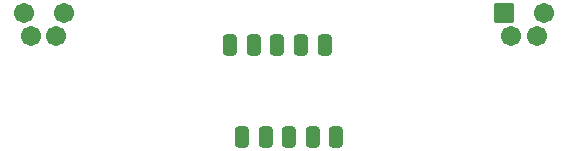
<source format=gbr>
%TF.GenerationSoftware,KiCad,Pcbnew,8.0.4*%
%TF.CreationDate,2025-04-09T21:22:43-04:00*%
%TF.ProjectId,accessory_peripheral,61636365-7373-46f7-9279-5f7065726970,rev?*%
%TF.SameCoordinates,Original*%
%TF.FileFunction,Soldermask,Bot*%
%TF.FilePolarity,Negative*%
%FSLAX46Y46*%
G04 Gerber Fmt 4.6, Leading zero omitted, Abs format (unit mm)*
G04 Created by KiCad (PCBNEW 8.0.4) date 2025-04-09 21:22:43*
%MOMM*%
%LPD*%
G01*
G04 APERTURE LIST*
G04 Aperture macros list*
%AMRoundRect*
0 Rectangle with rounded corners*
0 $1 Rounding radius*
0 $2 $3 $4 $5 $6 $7 $8 $9 X,Y pos of 4 corners*
0 Add a 4 corners polygon primitive as box body*
4,1,4,$2,$3,$4,$5,$6,$7,$8,$9,$2,$3,0*
0 Add four circle primitives for the rounded corners*
1,1,$1+$1,$2,$3*
1,1,$1+$1,$4,$5*
1,1,$1+$1,$6,$7*
1,1,$1+$1,$8,$9*
0 Add four rect primitives between the rounded corners*
20,1,$1+$1,$2,$3,$4,$5,0*
20,1,$1+$1,$4,$5,$6,$7,0*
20,1,$1+$1,$6,$7,$8,$9,0*
20,1,$1+$1,$8,$9,$2,$3,0*%
G04 Aperture macros list end*
%ADD10C,1.703200*%
%ADD11RoundRect,0.300000X-0.300000X0.600000X-0.300000X-0.600000X0.300000X-0.600000X0.300000X0.600000X0*%
%ADD12RoundRect,0.101600X0.750000X0.750000X-0.750000X0.750000X-0.750000X-0.750000X0.750000X-0.750000X0*%
G04 APERTURE END LIST*
D10*
%TO.C,J1*%
X129853900Y-102183035D03*
X129228900Y-104133035D03*
X126453900Y-102183035D03*
X127078900Y-104133035D03*
%TD*%
D11*
%TO.C,J3*%
X143945100Y-104822435D03*
X145945100Y-104822435D03*
X147945100Y-104822435D03*
X149945100Y-104822435D03*
X151945100Y-104822435D03*
X144945100Y-112622435D03*
X146945100Y-112622435D03*
X148945100Y-112622435D03*
X150945100Y-112622435D03*
X152945100Y-112622435D03*
%TD*%
D12*
%TO.C,J2*%
X167122900Y-102183035D03*
D10*
X167747900Y-104133035D03*
X170522900Y-102183035D03*
X169897900Y-104133035D03*
%TD*%
M02*

</source>
